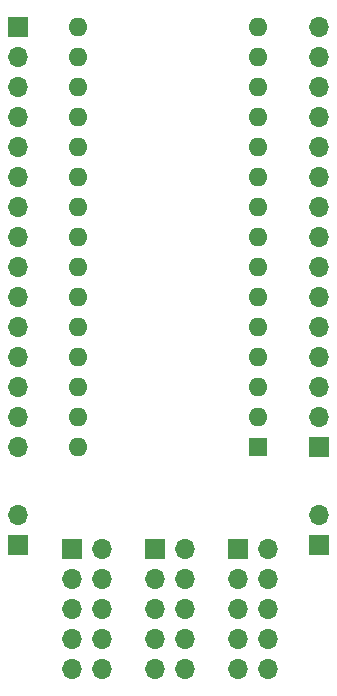
<source format=gts>
%TF.GenerationSoftware,KiCad,Pcbnew,8.0.5*%
%TF.CreationDate,2024-12-11T17:13:52+10:00*%
%TF.ProjectId,arduino,61726475-696e-46f2-9e6b-696361645f70,rev?*%
%TF.SameCoordinates,Original*%
%TF.FileFunction,Soldermask,Top*%
%TF.FilePolarity,Negative*%
%FSLAX46Y46*%
G04 Gerber Fmt 4.6, Leading zero omitted, Abs format (unit mm)*
G04 Created by KiCad (PCBNEW 8.0.5) date 2024-12-11 17:13:52*
%MOMM*%
%LPD*%
G01*
G04 APERTURE LIST*
%ADD10R,1.700000X1.700000*%
%ADD11O,1.700000X1.700000*%
%ADD12R,1.600000X1.600000*%
%ADD13O,1.600000X1.600000*%
G04 APERTURE END LIST*
D10*
%TO.C,3.3Vbar1*%
X152500000Y-117980000D03*
D11*
X155040000Y-117980000D03*
X152500000Y-120520000D03*
X155040000Y-120520000D03*
X152500000Y-123060000D03*
X155040000Y-123060000D03*
X152500000Y-125600000D03*
X155040000Y-125600000D03*
X152500000Y-128140000D03*
X155040000Y-128140000D03*
%TD*%
D10*
%TO.C,5Vbar1*%
X138500000Y-117980000D03*
D11*
X141040000Y-117980000D03*
X138500000Y-120520000D03*
X141040000Y-120520000D03*
X138500000Y-123060000D03*
X141040000Y-123060000D03*
X138500000Y-125600000D03*
X141040000Y-125600000D03*
X138500000Y-128140000D03*
X141040000Y-128140000D03*
%TD*%
D10*
%TO.C,Expansion1*%
X159380000Y-109290000D03*
D11*
X159380000Y-106750000D03*
X159380000Y-104210000D03*
X159380000Y-101670000D03*
X159380000Y-99130000D03*
X159380000Y-96590000D03*
X159380000Y-94050000D03*
X159380000Y-91510000D03*
X159380000Y-88970000D03*
X159380000Y-86430000D03*
X159380000Y-83890000D03*
X159380000Y-81350000D03*
X159380000Y-78810000D03*
X159380000Y-76270000D03*
X159380000Y-73730000D03*
%TD*%
D10*
%TO.C,5Vin1*%
X133900000Y-117615000D03*
D11*
X133900000Y-115075000D03*
%TD*%
D10*
%TO.C,powerIN2*%
X159380000Y-117615000D03*
D11*
X159380000Y-115075000D03*
%TD*%
D10*
%TO.C,GNDBar1*%
X145500000Y-117980000D03*
D11*
X148040000Y-117980000D03*
X145500000Y-120520000D03*
X148040000Y-120520000D03*
X145500000Y-123060000D03*
X148040000Y-123060000D03*
X145500000Y-125600000D03*
X148040000Y-125600000D03*
X145500000Y-128140000D03*
X148040000Y-128140000D03*
%TD*%
D10*
%TO.C,Expansion2*%
X133900000Y-73740000D03*
D11*
X133900000Y-76280000D03*
X133900000Y-78820000D03*
X133900000Y-81360000D03*
X133900000Y-83900000D03*
X133900000Y-86440000D03*
X133900000Y-88980000D03*
X133900000Y-91520000D03*
X133900000Y-94060000D03*
X133900000Y-96600000D03*
X133900000Y-99140000D03*
X133900000Y-101680000D03*
X133900000Y-104220000D03*
X133900000Y-106760000D03*
X133900000Y-109300000D03*
%TD*%
D12*
%TO.C,ArduinoNano1*%
X154250000Y-109300000D03*
D13*
X154250000Y-106760000D03*
X154250000Y-104220000D03*
X154250000Y-101680000D03*
X154250000Y-99140000D03*
X154250000Y-96600000D03*
X154250000Y-94060000D03*
X154250000Y-91520000D03*
X154250000Y-88980000D03*
X154250000Y-86440000D03*
X154250000Y-83900000D03*
X154250000Y-81360000D03*
X154250000Y-78820000D03*
X154250000Y-76280000D03*
X154250000Y-73740000D03*
X139010000Y-73740000D03*
X139010000Y-76280000D03*
X139010000Y-78820000D03*
X139010000Y-81360000D03*
X139010000Y-83900000D03*
X139010000Y-86440000D03*
X139010000Y-88980000D03*
X139010000Y-91520000D03*
X139010000Y-94060000D03*
X139010000Y-96600000D03*
X139010000Y-99140000D03*
X139010000Y-101680000D03*
X139010000Y-104220000D03*
X139010000Y-106760000D03*
X139010000Y-109300000D03*
%TD*%
M02*

</source>
